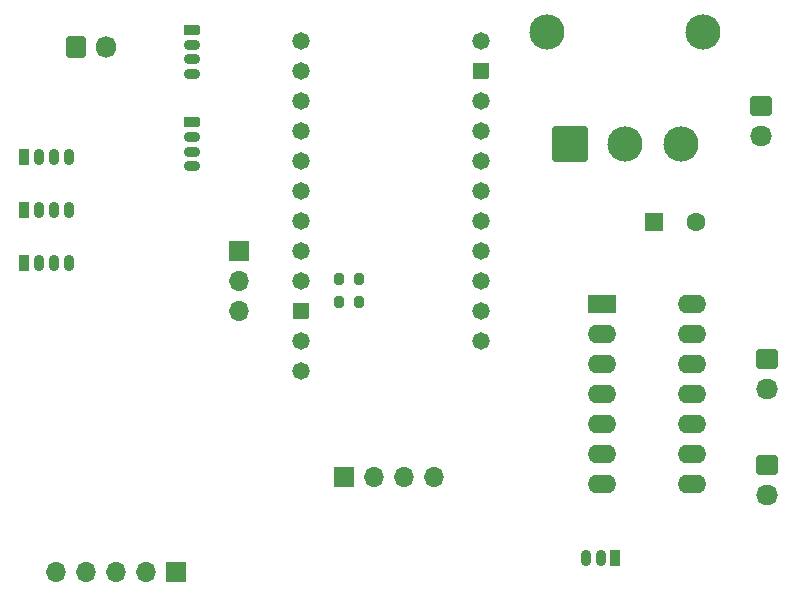
<source format=gbr>
%TF.GenerationSoftware,KiCad,Pcbnew,8.0.3-8.0.3-0~ubuntu22.04.1*%
%TF.CreationDate,2024-06-15T19:31:27-04:00*%
%TF.ProjectId,main_board,6d61696e-5f62-46f6-9172-642e6b696361,rev?*%
%TF.SameCoordinates,Original*%
%TF.FileFunction,Soldermask,Top*%
%TF.FilePolarity,Negative*%
%FSLAX46Y46*%
G04 Gerber Fmt 4.6, Leading zero omitted, Abs format (unit mm)*
G04 Created by KiCad (PCBNEW 8.0.3-8.0.3-0~ubuntu22.04.1) date 2024-06-15 19:31:27*
%MOMM*%
%LPD*%
G01*
G04 APERTURE LIST*
G04 Aperture macros list*
%AMRoundRect*
0 Rectangle with rounded corners*
0 $1 Rounding radius*
0 $2 $3 $4 $5 $6 $7 $8 $9 X,Y pos of 4 corners*
0 Add a 4 corners polygon primitive as box body*
4,1,4,$2,$3,$4,$5,$6,$7,$8,$9,$2,$3,0*
0 Add four circle primitives for the rounded corners*
1,1,$1+$1,$2,$3*
1,1,$1+$1,$4,$5*
1,1,$1+$1,$6,$7*
1,1,$1+$1,$8,$9*
0 Add four rect primitives between the rounded corners*
20,1,$1+$1,$2,$3,$4,$5,0*
20,1,$1+$1,$4,$5,$6,$7,0*
20,1,$1+$1,$6,$7,$8,$9,0*
20,1,$1+$1,$8,$9,$2,$3,0*%
G04 Aperture macros list end*
%ADD10RoundRect,0.225000X-0.225000X-0.475000X0.225000X-0.475000X0.225000X0.475000X-0.225000X0.475000X0*%
%ADD11O,0.900000X1.400000*%
%ADD12R,1.700000X1.700000*%
%ADD13O,1.700000X1.700000*%
%ADD14RoundRect,0.250000X-0.600000X-0.675000X0.600000X-0.675000X0.600000X0.675000X-0.600000X0.675000X0*%
%ADD15O,1.700000X1.850000*%
%ADD16R,1.600000X1.600000*%
%ADD17C,1.600000*%
%ADD18RoundRect,0.225000X-0.475000X0.225000X-0.475000X-0.225000X0.475000X-0.225000X0.475000X0.225000X0*%
%ADD19O,1.400000X0.900000*%
%ADD20RoundRect,0.102000X-1.387500X-1.387500X1.387500X-1.387500X1.387500X1.387500X-1.387500X1.387500X0*%
%ADD21C,2.979000*%
%ADD22R,2.400000X1.600000*%
%ADD23O,2.400000X1.600000*%
%ADD24RoundRect,0.200000X-0.200000X-0.275000X0.200000X-0.275000X0.200000X0.275000X-0.200000X0.275000X0*%
%ADD25RoundRect,0.250000X-0.675000X0.600000X-0.675000X-0.600000X0.675000X-0.600000X0.675000X0.600000X0*%
%ADD26O,1.850000X1.700000*%
%ADD27RoundRect,0.200000X0.200000X0.275000X-0.200000X0.275000X-0.200000X-0.275000X0.200000X-0.275000X0*%
%ADD28C,1.473200*%
%ADD29RoundRect,0.025400X-0.635000X-0.635000X0.635000X-0.635000X0.635000X0.635000X-0.635000X0.635000X0*%
%ADD30RoundRect,0.225000X0.225000X0.475000X-0.225000X0.475000X-0.225000X-0.475000X0.225000X-0.475000X0*%
G04 APERTURE END LIST*
D10*
%TO.C,J8*%
X69100000Y-87900000D03*
D11*
X70350000Y-87900000D03*
X71600000Y-87900000D03*
X72850000Y-87900000D03*
%TD*%
D12*
%TO.C,J12*%
X87300000Y-95820000D03*
D13*
X87300000Y-98360000D03*
X87300000Y-100900000D03*
%TD*%
D14*
%TO.C,J10*%
X73500000Y-78600000D03*
D15*
X76000000Y-78600000D03*
%TD*%
D12*
%TO.C,U3*%
X81960000Y-123000000D03*
D13*
X79420000Y-123000000D03*
X76880000Y-123000000D03*
X74340000Y-123000000D03*
X71800000Y-123000000D03*
%TD*%
D16*
%TO.C,C1*%
X122447349Y-93400000D03*
D17*
X125947349Y-93400000D03*
%TD*%
D18*
%TO.C,J4*%
X83300000Y-84925000D03*
D19*
X83300000Y-86175000D03*
X83300000Y-87425000D03*
X83300000Y-88675000D03*
%TD*%
D20*
%TO.C,S1*%
X115300000Y-86822500D03*
D21*
X120000000Y-86822500D03*
X124700000Y-86822500D03*
X113395000Y-77292500D03*
X126605000Y-77292500D03*
%TD*%
D18*
%TO.C,J5*%
X83300000Y-77125000D03*
D19*
X83300000Y-78375000D03*
X83300000Y-79625000D03*
X83300000Y-80875000D03*
%TD*%
D22*
%TO.C,U2*%
X118000000Y-100340000D03*
D23*
X118000000Y-102880000D03*
X118000000Y-105420000D03*
X118000000Y-107960000D03*
X118000000Y-110500000D03*
X118000000Y-113040000D03*
X118000000Y-115580000D03*
X125620000Y-115580000D03*
X125620000Y-113040000D03*
X125620000Y-110500000D03*
X125620000Y-107960000D03*
X125620000Y-105420000D03*
X125620000Y-102880000D03*
X125620000Y-100340000D03*
%TD*%
D24*
%TO.C,R2*%
X95750000Y-98200000D03*
X97400000Y-98200000D03*
%TD*%
D25*
%TO.C,J2*%
X132000000Y-105000000D03*
D26*
X132000000Y-107500000D03*
%TD*%
D25*
%TO.C,J3*%
X132000000Y-114000000D03*
D26*
X132000000Y-116500000D03*
%TD*%
D10*
%TO.C,J7*%
X69100000Y-96900000D03*
D11*
X70350000Y-96900000D03*
X71600000Y-96900000D03*
X72850000Y-96900000D03*
%TD*%
D27*
%TO.C,R1*%
X97400000Y-100200000D03*
X95750000Y-100200000D03*
%TD*%
D10*
%TO.C,J6*%
X69100000Y-92400000D03*
D11*
X70350000Y-92400000D03*
X71600000Y-92400000D03*
X72850000Y-92400000D03*
%TD*%
D28*
%TO.C,U1*%
X107730000Y-78064000D03*
D29*
X107730000Y-80604000D03*
D28*
X107730000Y-83144000D03*
X107730000Y-85684000D03*
X107730000Y-88224000D03*
X107730000Y-90764000D03*
X107730000Y-93304000D03*
X107730000Y-95844000D03*
X107730000Y-98384000D03*
X107730000Y-100924000D03*
X107730000Y-103464000D03*
X92490000Y-106004000D03*
X92490000Y-103464000D03*
D29*
X92490000Y-100924000D03*
D28*
X92490000Y-98384000D03*
X92490000Y-95844000D03*
X92490000Y-93304000D03*
X92490000Y-90764000D03*
X92490000Y-88224000D03*
X92490000Y-85684000D03*
X92490000Y-83144000D03*
X92490000Y-80604000D03*
X92490000Y-78064000D03*
%TD*%
D30*
%TO.C,J13*%
X119150000Y-121800000D03*
D11*
X117900000Y-121800000D03*
X116650000Y-121800000D03*
%TD*%
D12*
%TO.C,J9*%
X96180000Y-115000000D03*
D13*
X98720000Y-115000000D03*
X101260000Y-115000000D03*
X103800000Y-115000000D03*
%TD*%
D25*
%TO.C,J1*%
X131500000Y-83600000D03*
D26*
X131500000Y-86100000D03*
%TD*%
M02*

</source>
